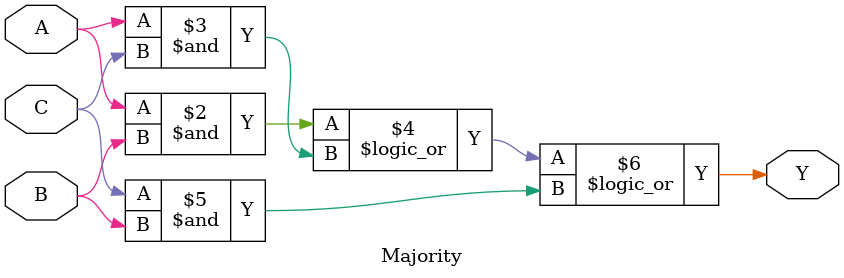
<source format=v>
  	                                            		
module Majority (A, B, C, Y);                 	
   input  A, B, C;			
   output Y; 

   reg Y;           		

   always@(A or B or C)
   begin
       Y = (A&B) || (A & C) || (C & B);            	          	
   end
// student code here
endmodule // Majority  




    
</source>
